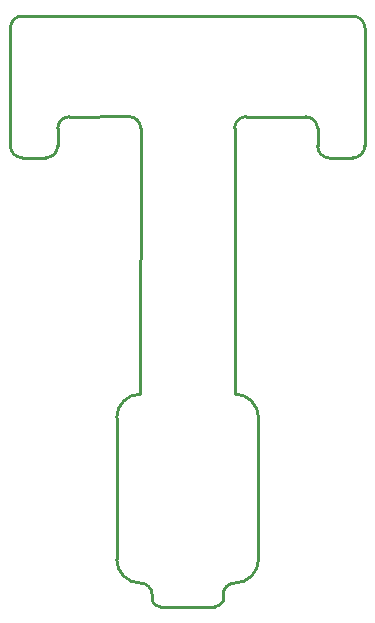
<source format=gko>
G04 Layer_Color=16711935*
%FSLAX44Y44*%
%MOMM*%
G71*
G01*
G75*
%ADD24C,0.2540*%
D24*
X-140000Y500085D02*
G03*
X-150000Y490085I0J-10000D01*
G01*
Y390085D02*
G03*
X-140000Y380085I10000J0D01*
G01*
X-120000Y380085D02*
G03*
X-110000Y390085I-0J10000D01*
G01*
X-100000Y414889D02*
G03*
X-110000Y405085I-99J-9902D01*
G01*
X110000Y405000D02*
G03*
X100000Y414804I-9902J-99D01*
G01*
X110000Y390000D02*
G03*
X120000Y380000I10000J-0D01*
G01*
X140000Y380000D02*
G03*
X150000Y390000I0J10000D01*
G01*
Y490000D02*
G03*
X140000Y500000I-10000J-0D01*
G01*
X-39785Y405000D02*
G03*
X-49785Y415000I-10000J0D01*
G01*
X49785D02*
G03*
X39785Y405000I0J-10000D01*
G01*
X-30000Y10000D02*
G03*
X-40000Y20000I-10000J0D01*
G01*
X40000D02*
G03*
X30000Y10000I0J-10000D01*
G01*
X-30108Y5000D02*
G03*
X-23000Y0I6740J2029D01*
G01*
X23000D02*
G03*
X30107Y5000I368J7029D01*
G01*
X40000Y20000D02*
G03*
X60000Y40000I0J20000D01*
G01*
X-60000D02*
G03*
X-40000Y20000I20000J0D01*
G01*
X-40000Y180000D02*
G03*
X-60000Y160000I0J-20000D01*
G01*
X60000D02*
G03*
X40000Y180000I-20000J-0D01*
G01*
X-100000Y414889D02*
X-49785Y415000D01*
X-150000Y390085D02*
Y490085D01*
X-140000Y380085D02*
X-120000Y380085D01*
X-110000Y390085D02*
X-110000Y405085D01*
X110000Y405000D02*
X110000Y390000D01*
X120000Y380000D02*
X140000Y380000D01*
X150000Y390000D02*
Y490000D01*
X0Y500000D02*
X140000Y500000D01*
X-140000D02*
X0Y500000D01*
X49785Y414915D02*
X100000Y414804D01*
X-30108Y5000D02*
X-30000Y10000D01*
X-23000Y0D02*
X23000D01*
X30000Y10000D02*
X30107Y5000D01*
X60000Y160000D02*
X60000Y40000D01*
X-60000D02*
Y160000D01*
X-40000Y180000D02*
X-39785Y405000D01*
X39785D02*
X40000Y180000D01*
M02*

</source>
